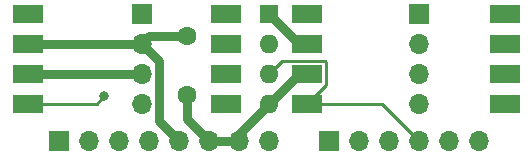
<source format=gbr>
%TF.GenerationSoftware,KiCad,Pcbnew,(5.1.9)-1*%
%TF.CreationDate,2021-03-25T16:00:54-07:00*%
%TF.ProjectId,SP_CARRIER_A,53505f43-4152-4524-9945-525f412e6b69,rev?*%
%TF.SameCoordinates,Original*%
%TF.FileFunction,Copper,L1,Top*%
%TF.FilePolarity,Positive*%
%FSLAX46Y46*%
G04 Gerber Fmt 4.6, Leading zero omitted, Abs format (unit mm)*
G04 Created by KiCad (PCBNEW (5.1.9)-1) date 2021-03-25 16:00:54*
%MOMM*%
%LPD*%
G01*
G04 APERTURE LIST*
%TA.AperFunction,ComponentPad*%
%ADD10O,1.600000X1.600000*%
%TD*%
%TA.AperFunction,ComponentPad*%
%ADD11R,1.600000X1.600000*%
%TD*%
%TA.AperFunction,SMDPad,CuDef*%
%ADD12R,2.540000X1.520000*%
%TD*%
%TA.AperFunction,ComponentPad*%
%ADD13O,1.700000X1.700000*%
%TD*%
%TA.AperFunction,ComponentPad*%
%ADD14R,1.700000X1.700000*%
%TD*%
%TA.AperFunction,ComponentPad*%
%ADD15C,1.600000*%
%TD*%
%TA.AperFunction,ViaPad*%
%ADD16C,0.800000*%
%TD*%
%TA.AperFunction,Conductor*%
%ADD17C,0.762000*%
%TD*%
%TA.AperFunction,Conductor*%
%ADD18C,0.254000*%
%TD*%
G04 APERTURE END LIST*
D10*
%TO.P,RN4,4*%
%TO.N,Net-(C1-Pad2)*%
X114935000Y-66675000D03*
%TO.P,RN4,3*%
%TO.N,Net-(J1-Pad4)*%
X114935000Y-64135000D03*
%TO.P,RN4,2*%
%TO.N,Net-(J1-Pad1)*%
X114935000Y-61595000D03*
D11*
%TO.P,RN4,1*%
%TO.N,Net-(C1-Pad1)*%
X114935000Y-59055000D03*
%TD*%
D12*
%TO.P,U5,4*%
%TO.N,Net-(J1-Pad4)*%
X118110000Y-66675000D03*
%TO.P,U5,5*%
%TO.N,N/C*%
X134870000Y-66675000D03*
%TO.P,U5,3*%
%TO.N,Net-(C1-Pad2)*%
X118110000Y-64135000D03*
%TO.P,U5,6*%
%TO.N,N/C*%
X134870000Y-64135000D03*
%TO.P,U5,2*%
%TO.N,Net-(C1-Pad1)*%
X118110000Y-61595000D03*
%TO.P,U5,7*%
%TO.N,N/C*%
X134870000Y-61595000D03*
%TO.P,U5,1*%
X118110000Y-59055000D03*
%TO.P,U5,8*%
X134870000Y-59055000D03*
%TD*%
%TO.P,U1,4*%
%TO.N,Net-(J1-Pad1)*%
X94490000Y-66675000D03*
%TO.P,U1,5*%
%TO.N,N/C*%
X111250000Y-66675000D03*
%TO.P,U1,3*%
%TO.N,Net-(C1-Pad2)*%
X94490000Y-64135000D03*
%TO.P,U1,6*%
%TO.N,N/C*%
X111250000Y-64135000D03*
%TO.P,U1,2*%
%TO.N,Net-(C1-Pad1)*%
X94490000Y-61595000D03*
%TO.P,U1,7*%
%TO.N,N/C*%
X111250000Y-61595000D03*
%TO.P,U1,1*%
X94490000Y-59055000D03*
%TO.P,U1,8*%
X111250000Y-59055000D03*
%TD*%
D13*
%TO.P,J4,8*%
%TO.N,N/C*%
X114935000Y-69850000D03*
%TO.P,J4,7*%
%TO.N,Net-(C1-Pad2)*%
X112395000Y-69850000D03*
%TO.P,J4,6*%
X109855000Y-69850000D03*
%TO.P,J4,5*%
%TO.N,Net-(C1-Pad1)*%
X107315000Y-69850000D03*
%TO.P,J4,4*%
%TO.N,N/C*%
X104775000Y-69850000D03*
%TO.P,J4,3*%
X102235000Y-69850000D03*
%TO.P,J4,2*%
X99695000Y-69850000D03*
D14*
%TO.P,J4,1*%
X97155000Y-69850000D03*
%TD*%
D13*
%TO.P,J3,6*%
%TO.N,N/C*%
X132715000Y-69850000D03*
%TO.P,J3,5*%
X130175000Y-69850000D03*
%TO.P,J3,4*%
%TO.N,Net-(J1-Pad4)*%
X127635000Y-69850000D03*
%TO.P,J3,3*%
%TO.N,Net-(J1-Pad1)*%
X125095000Y-69850000D03*
%TO.P,J3,2*%
%TO.N,N/C*%
X122555000Y-69850000D03*
D14*
%TO.P,J3,1*%
X120015000Y-69850000D03*
%TD*%
D13*
%TO.P,J2,4*%
%TO.N,N/C*%
X127635000Y-66675000D03*
%TO.P,J2,3*%
X127635000Y-64135000D03*
%TO.P,J2,2*%
X127635000Y-61595000D03*
D14*
%TO.P,J2,1*%
X127635000Y-59055000D03*
%TD*%
D13*
%TO.P,J1,4*%
%TO.N,Net-(J1-Pad4)*%
X104140000Y-66675000D03*
%TO.P,J1,3*%
%TO.N,Net-(C1-Pad2)*%
X104140000Y-64135000D03*
%TO.P,J1,2*%
%TO.N,Net-(C1-Pad1)*%
X104140000Y-61595000D03*
D14*
%TO.P,J1,1*%
%TO.N,Net-(J1-Pad1)*%
X104140000Y-59055000D03*
%TD*%
D15*
%TO.P,C1,2*%
%TO.N,Net-(C1-Pad2)*%
X107950000Y-65960000D03*
%TO.P,C1,1*%
%TO.N,Net-(C1-Pad1)*%
X107950000Y-60960000D03*
%TD*%
D16*
%TO.N,Net-(J1-Pad1)*%
X100965000Y-66040000D03*
X104140000Y-59055000D03*
%TD*%
D17*
%TO.N,Net-(C1-Pad2)*%
X112395000Y-69850000D02*
X109855000Y-69850000D01*
X107950000Y-67945000D02*
X107950000Y-65960000D01*
X109855000Y-69850000D02*
X107950000Y-67945000D01*
X104140000Y-64135000D02*
X94490000Y-64135000D01*
X112395000Y-69215000D02*
X114935000Y-66675000D01*
X112395000Y-69850000D02*
X112395000Y-69215000D01*
X117475000Y-64135000D02*
X118110000Y-64135000D01*
X114935000Y-66675000D02*
X117475000Y-64135000D01*
%TO.N,Net-(C1-Pad1)*%
X105571001Y-63026001D02*
X104140000Y-61595000D01*
X105571001Y-68106001D02*
X105571001Y-63026001D01*
X107315000Y-69850000D02*
X105571001Y-68106001D01*
X104775000Y-60960000D02*
X104140000Y-61595000D01*
X107950000Y-60960000D02*
X104775000Y-60960000D01*
X117475000Y-61595000D02*
X118110000Y-61595000D01*
X114935000Y-59055000D02*
X117475000Y-61595000D01*
X104140000Y-61595000D02*
X94490000Y-61595000D01*
D18*
%TO.N,Net-(J1-Pad4)*%
X119707001Y-65077999D02*
X118110000Y-66675000D01*
X119707001Y-63113399D02*
X119707001Y-65077999D01*
X119641601Y-63047999D02*
X119707001Y-63113399D01*
X116022001Y-63047999D02*
X119641601Y-63047999D01*
X114935000Y-64135000D02*
X116022001Y-63047999D01*
X124460000Y-66675000D02*
X127635000Y-69850000D01*
X118110000Y-66675000D02*
X124460000Y-66675000D01*
%TO.N,Net-(J1-Pad1)*%
X94490000Y-66675000D02*
X100330000Y-66675000D01*
X100330000Y-66675000D02*
X100965000Y-66040000D01*
X100965000Y-66040000D02*
X100965000Y-66040000D01*
%TD*%
M02*

</source>
